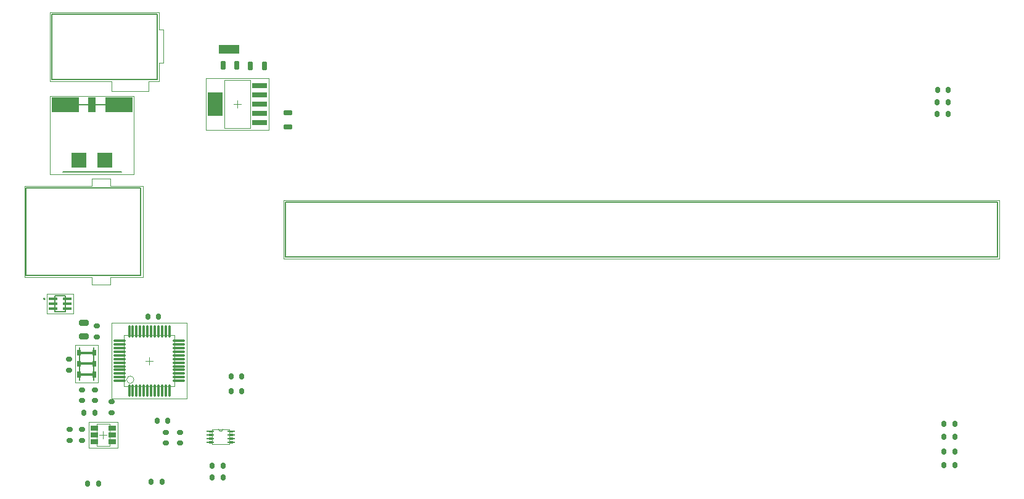
<source format=gtp>
G04*
G04 #@! TF.GenerationSoftware,Altium Limited,Altium Designer,19.1.7 (138)*
G04*
G04 Layer_Color=8421504*
%FSAX43Y43*%
%MOMM*%
G71*
G01*
G75*
%ADD14C,0.200*%
%ADD15C,0.000*%
%ADD16C,0.127*%
%ADD17C,0.100*%
%ADD19C,0.050*%
G04:AMPARAMS|DCode=20|XSize=0.7mm|YSize=1.25mm|CornerRadius=0.175mm|HoleSize=0mm|Usage=FLASHONLY|Rotation=0.000|XOffset=0mm|YOffset=0mm|HoleType=Round|Shape=RoundedRectangle|*
%AMROUNDEDRECTD20*
21,1,0.700,0.900,0,0,0.0*
21,1,0.350,1.250,0,0,0.0*
1,1,0.350,0.175,-0.450*
1,1,0.350,-0.175,-0.450*
1,1,0.350,-0.175,0.450*
1,1,0.350,0.175,0.450*
%
%ADD20ROUNDEDRECTD20*%
G04:AMPARAMS|DCode=21|XSize=0.6mm|YSize=0.85mm|CornerRadius=0.15mm|HoleSize=0mm|Usage=FLASHONLY|Rotation=0.000|XOffset=0mm|YOffset=0mm|HoleType=Round|Shape=RoundedRectangle|*
%AMROUNDEDRECTD21*
21,1,0.600,0.550,0,0,0.0*
21,1,0.300,0.850,0,0,0.0*
1,1,0.300,0.150,-0.275*
1,1,0.300,-0.150,-0.275*
1,1,0.300,-0.150,0.275*
1,1,0.300,0.150,0.275*
%
%ADD21ROUNDEDRECTD21*%
G04:AMPARAMS|DCode=22|XSize=0.8mm|YSize=1.3mm|CornerRadius=0.2mm|HoleSize=0mm|Usage=FLASHONLY|Rotation=270.000|XOffset=0mm|YOffset=0mm|HoleType=Round|Shape=RoundedRectangle|*
%AMROUNDEDRECTD22*
21,1,0.800,0.900,0,0,270.0*
21,1,0.400,1.300,0,0,270.0*
1,1,0.400,-0.450,-0.200*
1,1,0.400,-0.450,0.200*
1,1,0.400,0.450,0.200*
1,1,0.400,0.450,-0.200*
%
%ADD22ROUNDEDRECTD22*%
%ADD23R,3.810X2.030*%
%ADD24R,1.020X2.030*%
%ADD25R,2.030X2.030*%
%ADD26O,1.800X0.300*%
%ADD27O,0.300X1.800*%
%ADD28R,2.150X0.700*%
%ADD29R,2.150X3.200*%
%ADD30R,1.100X0.650*%
%ADD31R,1.067X0.254*%
%ADD32R,1.190X0.400*%
%ADD33R,2.600X0.400*%
G04:AMPARAMS|DCode=34|XSize=0.7mm|YSize=1.25mm|CornerRadius=0.175mm|HoleSize=0mm|Usage=FLASHONLY|Rotation=270.000|XOffset=0mm|YOffset=0mm|HoleType=Round|Shape=RoundedRectangle|*
%AMROUNDEDRECTD34*
21,1,0.700,0.900,0,0,270.0*
21,1,0.350,1.250,0,0,270.0*
1,1,0.350,-0.450,-0.175*
1,1,0.350,-0.450,0.175*
1,1,0.350,0.450,0.175*
1,1,0.350,0.450,-0.175*
%
%ADD34ROUNDEDRECTD34*%
G04:AMPARAMS|DCode=35|XSize=0.6mm|YSize=0.85mm|CornerRadius=0.15mm|HoleSize=0mm|Usage=FLASHONLY|Rotation=90.000|XOffset=0mm|YOffset=0mm|HoleType=Round|Shape=RoundedRectangle|*
%AMROUNDEDRECTD35*
21,1,0.600,0.550,0,0,90.0*
21,1,0.300,0.850,0,0,90.0*
1,1,0.300,0.275,0.150*
1,1,0.300,0.275,-0.150*
1,1,0.300,-0.275,-0.150*
1,1,0.300,-0.275,0.150*
%
%ADD35ROUNDEDRECTD35*%
G36*
X0057829Y0091856D02*
X0055029D01*
Y0093056D01*
X0057829D01*
Y0091856D01*
D02*
G37*
G36*
X0038130Y0050376D02*
X0037631D01*
Y0051179D01*
X0038130D01*
Y0050376D01*
D02*
G37*
G36*
X0036030D02*
X0035529D01*
Y0051177D01*
X0036030D01*
Y0050376D01*
D02*
G37*
G36*
X0038130Y0048876D02*
X0037631D01*
Y0049676D01*
X0038130D01*
Y0048876D01*
D02*
G37*
G36*
X0036030D02*
X0035529D01*
Y0049676D01*
X0036030D01*
Y0048876D01*
D02*
G37*
G36*
X0038130Y0047376D02*
X0037630D01*
Y0048176D01*
X0038130D01*
Y0047376D01*
D02*
G37*
G36*
X0036030D02*
X0035528D01*
Y0048175D01*
X0036030D01*
Y0047376D01*
D02*
G37*
D14*
X0031112Y0058181D02*
G03*
X0031112Y0058181I-0000100J0000000D01*
G01*
D02*
G03*
X0031112Y0058181I-0000100J0000000D01*
G01*
D15*
X0054967Y0040284D02*
G03*
X0055577Y0040284I0000305J0000000D01*
G01*
X0054967D02*
G03*
X0055577Y0040284I0000305J0000000D01*
G01*
X0054078Y0038202D02*
Y0040284D01*
X0054967D01*
X0055577D01*
X0056466D01*
Y0038202D02*
Y0040284D01*
X0054078Y0038202D02*
X0056466D01*
Y0040107D02*
X0056872D01*
Y0039878D02*
Y0040107D01*
X0056466Y0039878D02*
X0056872D01*
X0056466D02*
Y0040107D01*
Y0039624D02*
X0056872D01*
Y0039370D02*
Y0039624D01*
X0056466Y0039370D02*
X0056872D01*
X0056466D02*
Y0039624D01*
Y0039116D02*
X0056872D01*
Y0038862D02*
Y0039116D01*
X0056466Y0038862D02*
X0056872D01*
X0056466D02*
Y0039116D01*
Y0038608D02*
X0056872D01*
Y0038379D02*
Y0038608D01*
X0056466Y0038379D02*
X0056872D01*
X0056466D02*
Y0038608D01*
X0053672Y0038379D02*
X0054078D01*
X0053672D02*
Y0038608D01*
X0054078D01*
Y0038379D02*
Y0038608D01*
X0053672Y0038862D02*
X0054078D01*
X0053672D02*
Y0039116D01*
X0054078D01*
Y0038862D02*
Y0039116D01*
X0053672Y0039370D02*
X0054078D01*
X0053672D02*
Y0039624D01*
X0054078D01*
Y0039370D02*
Y0039624D01*
X0053672Y0039878D02*
X0054078D01*
X0053672D02*
Y0040107D01*
X0054078D01*
Y0039878D02*
Y0040107D01*
Y0038202D02*
Y0040284D01*
X0054967D01*
X0055577D01*
X0056466D01*
Y0038202D02*
Y0040284D01*
X0054078Y0038202D02*
X0056466D01*
Y0040107D02*
X0056872D01*
Y0039878D02*
Y0040107D01*
X0056466Y0039878D02*
X0056872D01*
X0056466D02*
Y0040107D01*
Y0039624D02*
X0056872D01*
Y0039370D02*
Y0039624D01*
X0056466Y0039370D02*
X0056872D01*
X0056466D02*
Y0039624D01*
Y0039116D02*
X0056872D01*
Y0038862D02*
Y0039116D01*
X0056466Y0038862D02*
X0056872D01*
X0056466D02*
Y0039116D01*
Y0038608D02*
X0056872D01*
Y0038379D02*
Y0038608D01*
X0056466Y0038379D02*
X0056872D01*
X0056466D02*
Y0038608D01*
X0053672Y0038379D02*
X0054078D01*
X0053672D02*
Y0038608D01*
X0054078D01*
Y0038379D02*
Y0038608D01*
X0053672Y0038862D02*
X0054078D01*
X0053672D02*
Y0039116D01*
X0054078D01*
Y0038862D02*
Y0039116D01*
X0053672Y0039370D02*
X0054078D01*
X0053672D02*
Y0039624D01*
X0054078D01*
Y0039370D02*
Y0039624D01*
X0053672Y0039878D02*
X0054078D01*
X0053672D02*
Y0040107D01*
X0054078D01*
Y0039878D02*
Y0040107D01*
D16*
X0055629Y0092056D02*
X0057229D01*
X0055629Y0092856D02*
X0057229D01*
X0055629Y0092056D02*
Y0092856D01*
X0057229Y0092056D02*
Y0092856D01*
X0055629Y0092056D02*
X0057229D01*
X0055629Y0092856D02*
X0057229D01*
X0055629Y0092056D02*
Y0092856D01*
X0057229Y0092056D02*
Y0092856D01*
X0032099Y0088338D02*
X0046499D01*
X0032099D02*
Y0097338D01*
X0046499D01*
Y0088338D02*
Y0097338D01*
X0032099Y0088338D02*
X0046499D01*
X0032099D02*
Y0097338D01*
X0046499D01*
Y0088338D02*
Y0097338D01*
X0033592Y0084836D02*
X0041592D01*
X0033592Y0075626D02*
X0041592D01*
X0033592Y0084836D02*
X0041592D01*
X0033592Y0075626D02*
X0041592D01*
X0032512Y0056451D02*
Y0058611D01*
Y0056451D02*
X0033912D01*
Y0058611D01*
X0032512D02*
X0033912D01*
X0032512Y0056451D02*
Y0058611D01*
Y0056451D02*
X0033912D01*
Y0058611D01*
X0032512D02*
X0033912D01*
X0037830Y0047026D02*
Y0051526D01*
X0035830Y0047026D02*
Y0051526D01*
X0037830Y0047026D02*
Y0051526D01*
X0035830Y0047026D02*
Y0051526D01*
X0161925Y0063987D02*
Y0071527D01*
X0064135D02*
X0161925D01*
X0064135Y0063987D02*
Y0071527D01*
Y0063987D02*
X0161925D01*
Y0071527D01*
X0064135D02*
X0161925D01*
X0064135Y0063987D02*
Y0071527D01*
Y0063987D02*
X0161925D01*
X0044249Y0061402D02*
Y0073432D01*
X0028539Y0061402D02*
X0044249D01*
X0028539Y0073432D02*
X0044249D01*
X0028539Y0061402D02*
Y0073432D01*
X0044249Y0061402D02*
Y0073432D01*
X0028539Y0061402D02*
X0044249D01*
X0028539Y0073432D02*
X0044249D01*
X0028539Y0061402D02*
Y0073432D01*
D17*
X0043338Y0047071D02*
G03*
X0043338Y0047071I-0000500J0000000D01*
G01*
X0048938Y0046171D02*
Y0053171D01*
X0041938Y0046171D02*
Y0053171D01*
X0048938D01*
X0041938Y0046171D02*
X0048938D01*
X0055779Y0088238D02*
X0059329D01*
X0055779Y0081688D02*
X0059329D01*
X0055779D02*
Y0088238D01*
X0059329Y0081688D02*
Y0088238D01*
X0038216Y0037947D02*
Y0041047D01*
X0040016Y0037947D02*
Y0041047D01*
X0038216D02*
X0040016D01*
X0038216Y0037947D02*
X0040016D01*
X0044938Y0049671D02*
X0045938D01*
X0045438Y0049171D02*
Y0050171D01*
X0057554Y0084463D02*
Y0085463D01*
X0057054Y0084963D02*
X0058054D01*
X0038616Y0039497D02*
X0039616D01*
X0039116Y0038997D02*
Y0039997D01*
D19*
X0045349Y0088088D02*
X0046799D01*
X0045349Y0086738D02*
Y0088088D01*
X0040249Y0086738D02*
X0045349D01*
X0040249D02*
Y0088088D01*
X0031799D02*
X0040249D01*
X0031799D02*
Y0097588D01*
X0046799D01*
Y0095188D02*
Y0097588D01*
Y0088088D02*
Y0090588D01*
X0047349D01*
Y0095188D01*
X0046799D02*
X0047349D01*
X0031842Y0086086D02*
X0043342D01*
Y0075336D02*
Y0086086D01*
X0031842Y0075336D02*
X0043342D01*
X0031842D02*
Y0086086D01*
X0050638Y0044471D02*
Y0054871D01*
X0040238Y0044471D02*
Y0054871D01*
X0050638D01*
X0040238Y0044471D02*
X0050638D01*
X0053229Y0088513D02*
X0061879D01*
X0053229Y0081413D02*
X0061879D01*
X0053229D02*
Y0088513D01*
X0061879Y0081413D02*
Y0088513D01*
X0037116Y0037697D02*
Y0041297D01*
X0041116Y0037697D02*
Y0041297D01*
X0037116D02*
X0041116D01*
X0037116Y0037697D02*
X0041116D01*
X0038380Y0046726D02*
Y0051826D01*
X0035280Y0046726D02*
X0038380D01*
X0035280D02*
Y0051826D01*
X0038380D01*
X0162180Y0063737D02*
Y0071777D01*
X0063880D02*
X0162180D01*
X0063880Y0063737D02*
Y0071777D01*
Y0063737D02*
X0162180D01*
X0040069Y0073667D02*
X0044569D01*
X0040069D02*
Y0074667D01*
X0037569D02*
X0040069D01*
X0037569Y0073667D02*
Y0074667D01*
X0028319Y0073667D02*
X0037569D01*
X0028319Y0061167D02*
Y0073667D01*
Y0061167D02*
X0037569D01*
Y0060167D02*
Y0061167D01*
Y0060167D02*
X0040069D01*
Y0061167D01*
X0044569D01*
Y0073667D01*
X0031402Y0058861D02*
X0035022D01*
Y0056201D02*
Y0058861D01*
X0031402Y0056201D02*
X0035022D01*
X0031402D02*
Y0058861D01*
D20*
X0059359Y0090170D02*
D03*
X0061259D02*
D03*
X0057465Y0090297D02*
D03*
X0055565D02*
D03*
D21*
X0045224Y0055753D02*
D03*
X0046724D02*
D03*
X0154571Y0035325D02*
D03*
X0156071D02*
D03*
X0058154Y0047498D02*
D03*
X0056654D02*
D03*
X0046494Y0041402D02*
D03*
X0047994D02*
D03*
X0036473Y0042545D02*
D03*
X0037973D02*
D03*
X0058154Y0045485D02*
D03*
X0056654D02*
D03*
X0055565Y0033655D02*
D03*
X0054065D02*
D03*
X0055565Y0035287D02*
D03*
X0054065D02*
D03*
X0153670Y0083566D02*
D03*
X0155170D02*
D03*
X0153670Y0085217D02*
D03*
X0155170D02*
D03*
X0153682Y0086868D02*
D03*
X0155182D02*
D03*
X0038469Y0032766D02*
D03*
X0036969D02*
D03*
X0047220Y0033020D02*
D03*
X0045720D02*
D03*
X0154571Y0041040D02*
D03*
X0156071D02*
D03*
X0154571Y0039262D02*
D03*
X0156071D02*
D03*
X0154571Y0037230D02*
D03*
X0156071D02*
D03*
D22*
X0036449Y0054875D02*
D03*
Y0053075D02*
D03*
D23*
X0033907Y0084836D02*
D03*
X0041277D02*
D03*
D24*
X0037592D02*
D03*
D25*
X0035812Y0077216D02*
D03*
X0039372D02*
D03*
D26*
X0041388Y0052421D02*
D03*
Y0051421D02*
D03*
Y0050921D02*
D03*
Y0050421D02*
D03*
Y0049921D02*
D03*
Y0049421D02*
D03*
Y0048921D02*
D03*
Y0048421D02*
D03*
Y0047921D02*
D03*
Y0047421D02*
D03*
Y0046921D02*
D03*
X0049488Y0052421D02*
D03*
Y0051921D02*
D03*
Y0051421D02*
D03*
Y0050921D02*
D03*
Y0050421D02*
D03*
Y0049921D02*
D03*
Y0049421D02*
D03*
Y0048921D02*
D03*
Y0048421D02*
D03*
Y0047921D02*
D03*
Y0047421D02*
D03*
Y0046921D02*
D03*
X0041388Y0051921D02*
D03*
D27*
X0042688Y0053721D02*
D03*
X0043188D02*
D03*
X0043688D02*
D03*
X0044188D02*
D03*
X0044688D02*
D03*
X0045188D02*
D03*
X0045688D02*
D03*
X0046188D02*
D03*
X0046688D02*
D03*
X0047188D02*
D03*
X0047688D02*
D03*
X0048188D02*
D03*
X0042688Y0045621D02*
D03*
X0043188D02*
D03*
X0043688D02*
D03*
X0044188D02*
D03*
X0044688D02*
D03*
X0045188D02*
D03*
X0045688D02*
D03*
X0046688D02*
D03*
X0046188D02*
D03*
X0047188D02*
D03*
X0047688D02*
D03*
X0048188D02*
D03*
D28*
X0060579Y0087503D02*
D03*
Y0086233D02*
D03*
Y0084963D02*
D03*
Y0083693D02*
D03*
Y0082423D02*
D03*
D29*
X0054529Y0084963D02*
D03*
D30*
X0037916Y0040447D02*
D03*
Y0039497D02*
D03*
Y0038547D02*
D03*
X0040316Y0040447D02*
D03*
Y0039497D02*
D03*
Y0038547D02*
D03*
D31*
X0053850Y0040005D02*
D03*
Y0039497D02*
D03*
Y0038989D02*
D03*
Y0038481D02*
D03*
X0056695Y0040005D02*
D03*
Y0039497D02*
D03*
Y0038989D02*
D03*
Y0038481D02*
D03*
D32*
X0032252Y0058181D02*
D03*
Y0057531D02*
D03*
Y0056881D02*
D03*
X0034172Y0058181D02*
D03*
Y0057531D02*
D03*
Y0056881D02*
D03*
D33*
X0036830Y0049276D02*
D03*
Y0047776D02*
D03*
Y0050776D02*
D03*
D34*
X0064516Y0081854D02*
D03*
Y0083754D02*
D03*
D35*
X0040259Y0042557D02*
D03*
Y0044057D02*
D03*
X0038227Y0054471D02*
D03*
Y0052971D02*
D03*
X0036214Y0045708D02*
D03*
Y0044208D02*
D03*
X0037992D02*
D03*
Y0045708D02*
D03*
X0049657Y0039866D02*
D03*
Y0038366D02*
D03*
X0047752Y0039866D02*
D03*
Y0038366D02*
D03*
X0034417Y0048399D02*
D03*
Y0049899D02*
D03*
X0034544Y0038747D02*
D03*
Y0040247D02*
D03*
X0036195D02*
D03*
Y0038747D02*
D03*
M02*

</source>
